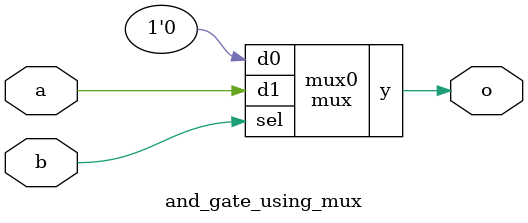
<source format=sv>

module mux
(
  input  d0, d1,
  input  sel,
  output y
);

  assign y = sel ? d1 : d0;

endmodule

//----------------------------------------------------------------------------
// Task
//----------------------------------------------------------------------------

module and_gate_using_mux
(
    input  a,
    input  b,
    output o
);

  // Task:
  // Implement and gate using instance(s) of mux,
  // constants 0 and 1, and wire connections
mux mux0 (1'b0, a, b, o);

endmodule

</source>
